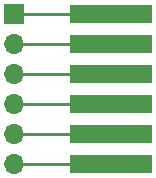
<source format=gbr>
G04 #@! TF.GenerationSoftware,KiCad,Pcbnew,(5.1.2)-1*
G04 #@! TF.CreationDate,2019-07-14T19:38:15+02:00*
G04 #@! TF.ProjectId,pogo,706f676f-2e6b-4696-9361-645f70636258,rev?*
G04 #@! TF.SameCoordinates,Original*
G04 #@! TF.FileFunction,Copper,L1,Top*
G04 #@! TF.FilePolarity,Positive*
%FSLAX46Y46*%
G04 Gerber Fmt 4.6, Leading zero omitted, Abs format (unit mm)*
G04 Created by KiCad (PCBNEW (5.1.2)-1) date 2019-07-14 19:38:15*
%MOMM*%
%LPD*%
G04 APERTURE LIST*
%ADD10O,1.700000X1.700000*%
%ADD11R,1.700000X1.700000*%
%ADD12R,7.000000X1.524000*%
%ADD13C,0.250000*%
G04 APERTURE END LIST*
D10*
X94649001Y-72335401D03*
X94649001Y-69795401D03*
X94649001Y-67255401D03*
X94649001Y-64715401D03*
X94649001Y-62175401D03*
D11*
X94649001Y-59635401D03*
D12*
X102870000Y-59690000D03*
X102870000Y-62230000D03*
X102870000Y-64770000D03*
X102870000Y-67310000D03*
X102870000Y-72390000D03*
X102870000Y-69850000D03*
D13*
X102815401Y-72335401D02*
X102870000Y-72390000D01*
X94649001Y-72335401D02*
X102815401Y-72335401D01*
X102815401Y-69795401D02*
X102870000Y-69850000D01*
X94649001Y-69795401D02*
X102815401Y-69795401D01*
X102815401Y-67255401D02*
X102870000Y-67310000D01*
X94649001Y-67255401D02*
X102815401Y-67255401D01*
X102815401Y-64715401D02*
X102870000Y-64770000D01*
X94649001Y-64715401D02*
X102815401Y-64715401D01*
X102815401Y-62175401D02*
X102870000Y-62230000D01*
X94649001Y-62175401D02*
X102815401Y-62175401D01*
X102815401Y-59635401D02*
X102870000Y-59690000D01*
X94649001Y-59635401D02*
X102815401Y-59635401D01*
M02*

</source>
